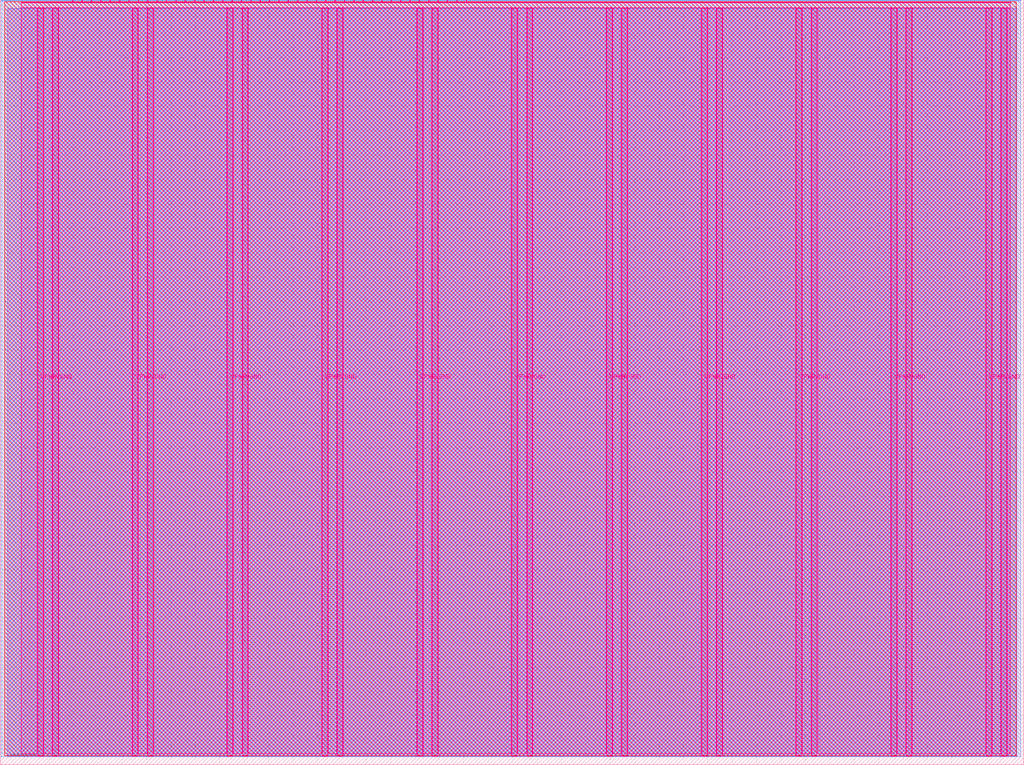
<source format=lef>
VERSION 5.7 ;
  NOWIREEXTENSIONATPIN ON ;
  DIVIDERCHAR "/" ;
  BUSBITCHARS "[]" ;
MACRO tt_um_dumbrv_yliu_hashed
  CLASS BLOCK ;
  FOREIGN tt_um_dumbrv_yliu_hashed ;
  ORIGIN 0.000 0.000 ;
  SIZE 419.520 BY 313.740 ;
  PIN VGND
    DIRECTION INOUT ;
    USE GROUND ;
    PORT
      LAYER Metal5 ;
        RECT 21.580 3.560 23.780 310.180 ;
    END
    PORT
      LAYER Metal5 ;
        RECT 60.450 3.560 62.650 310.180 ;
    END
    PORT
      LAYER Metal5 ;
        RECT 99.320 3.560 101.520 310.180 ;
    END
    PORT
      LAYER Metal5 ;
        RECT 138.190 3.560 140.390 310.180 ;
    END
    PORT
      LAYER Metal5 ;
        RECT 177.060 3.560 179.260 310.180 ;
    END
    PORT
      LAYER Metal5 ;
        RECT 215.930 3.560 218.130 310.180 ;
    END
    PORT
      LAYER Metal5 ;
        RECT 254.800 3.560 257.000 310.180 ;
    END
    PORT
      LAYER Metal5 ;
        RECT 293.670 3.560 295.870 310.180 ;
    END
    PORT
      LAYER Metal5 ;
        RECT 332.540 3.560 334.740 310.180 ;
    END
    PORT
      LAYER Metal5 ;
        RECT 371.410 3.560 373.610 310.180 ;
    END
    PORT
      LAYER Metal5 ;
        RECT 410.280 3.560 412.480 310.180 ;
    END
  END VGND
  PIN VPWR
    DIRECTION INOUT ;
    USE POWER ;
    PORT
      LAYER Metal5 ;
        RECT 15.380 3.560 17.580 310.180 ;
    END
    PORT
      LAYER Metal5 ;
        RECT 54.250 3.560 56.450 310.180 ;
    END
    PORT
      LAYER Metal5 ;
        RECT 93.120 3.560 95.320 310.180 ;
    END
    PORT
      LAYER Metal5 ;
        RECT 131.990 3.560 134.190 310.180 ;
    END
    PORT
      LAYER Metal5 ;
        RECT 170.860 3.560 173.060 310.180 ;
    END
    PORT
      LAYER Metal5 ;
        RECT 209.730 3.560 211.930 310.180 ;
    END
    PORT
      LAYER Metal5 ;
        RECT 248.600 3.560 250.800 310.180 ;
    END
    PORT
      LAYER Metal5 ;
        RECT 287.470 3.560 289.670 310.180 ;
    END
    PORT
      LAYER Metal5 ;
        RECT 326.340 3.560 328.540 310.180 ;
    END
    PORT
      LAYER Metal5 ;
        RECT 365.210 3.560 367.410 310.180 ;
    END
    PORT
      LAYER Metal5 ;
        RECT 404.080 3.560 406.280 310.180 ;
    END
  END VPWR
  PIN clk
    DIRECTION INPUT ;
    USE SIGNAL ;
    ANTENNAGATEAREA 4.076800 ;
    ANTENNADIFFAREA 12.092400 ;
    PORT
      LAYER Metal5 ;
        RECT 187.050 312.740 187.350 313.740 ;
    END
  END clk
  PIN ena
    DIRECTION INPUT ;
    USE SIGNAL ;
    PORT
      LAYER Metal5 ;
        RECT 190.890 312.740 191.190 313.740 ;
    END
  END ena
  PIN rst_n
    DIRECTION INPUT ;
    USE SIGNAL ;
    ANTENNAGATEAREA 0.314600 ;
    PORT
      LAYER Metal5 ;
        RECT 183.210 312.740 183.510 313.740 ;
    END
  END rst_n
  PIN ui_in[0]
    DIRECTION INPUT ;
    USE SIGNAL ;
    ANTENNAGATEAREA 0.180700 ;
    PORT
      LAYER Metal5 ;
        RECT 179.370 312.740 179.670 313.740 ;
    END
  END ui_in[0]
  PIN ui_in[1]
    DIRECTION INPUT ;
    USE SIGNAL ;
    ANTENNAGATEAREA 0.180700 ;
    PORT
      LAYER Metal5 ;
        RECT 175.530 312.740 175.830 313.740 ;
    END
  END ui_in[1]
  PIN ui_in[2]
    DIRECTION INPUT ;
    USE SIGNAL ;
    ANTENNAGATEAREA 0.180700 ;
    PORT
      LAYER Metal5 ;
        RECT 171.690 312.740 171.990 313.740 ;
    END
  END ui_in[2]
  PIN ui_in[3]
    DIRECTION INPUT ;
    USE SIGNAL ;
    ANTENNAGATEAREA 0.180700 ;
    PORT
      LAYER Metal5 ;
        RECT 167.850 312.740 168.150 313.740 ;
    END
  END ui_in[3]
  PIN ui_in[4]
    DIRECTION INPUT ;
    USE SIGNAL ;
    ANTENNAGATEAREA 0.180700 ;
    PORT
      LAYER Metal5 ;
        RECT 164.010 312.740 164.310 313.740 ;
    END
  END ui_in[4]
  PIN ui_in[5]
    DIRECTION INPUT ;
    USE SIGNAL ;
    ANTENNAGATEAREA 0.180700 ;
    PORT
      LAYER Metal5 ;
        RECT 160.170 312.740 160.470 313.740 ;
    END
  END ui_in[5]
  PIN ui_in[6]
    DIRECTION INPUT ;
    USE SIGNAL ;
    ANTENNAGATEAREA 0.180700 ;
    PORT
      LAYER Metal5 ;
        RECT 156.330 312.740 156.630 313.740 ;
    END
  END ui_in[6]
  PIN ui_in[7]
    DIRECTION INPUT ;
    USE SIGNAL ;
    ANTENNAGATEAREA 0.180700 ;
    PORT
      LAYER Metal5 ;
        RECT 152.490 312.740 152.790 313.740 ;
    END
  END ui_in[7]
  PIN uio_in[0]
    DIRECTION INPUT ;
    USE SIGNAL ;
    PORT
      LAYER Metal5 ;
        RECT 148.650 312.740 148.950 313.740 ;
    END
  END uio_in[0]
  PIN uio_in[1]
    DIRECTION INPUT ;
    USE SIGNAL ;
    PORT
      LAYER Metal5 ;
        RECT 144.810 312.740 145.110 313.740 ;
    END
  END uio_in[1]
  PIN uio_in[2]
    DIRECTION INPUT ;
    USE SIGNAL ;
    ANTENNAGATEAREA 0.180700 ;
    PORT
      LAYER Metal5 ;
        RECT 140.970 312.740 141.270 313.740 ;
    END
  END uio_in[2]
  PIN uio_in[3]
    DIRECTION INPUT ;
    USE SIGNAL ;
    PORT
      LAYER Metal5 ;
        RECT 137.130 312.740 137.430 313.740 ;
    END
  END uio_in[3]
  PIN uio_in[4]
    DIRECTION INPUT ;
    USE SIGNAL ;
    PORT
      LAYER Metal5 ;
        RECT 133.290 312.740 133.590 313.740 ;
    END
  END uio_in[4]
  PIN uio_in[5]
    DIRECTION INPUT ;
    USE SIGNAL ;
    PORT
      LAYER Metal5 ;
        RECT 129.450 312.740 129.750 313.740 ;
    END
  END uio_in[5]
  PIN uio_in[6]
    DIRECTION INPUT ;
    USE SIGNAL ;
    ANTENNAGATEAREA 0.213200 ;
    PORT
      LAYER Metal5 ;
        RECT 125.610 312.740 125.910 313.740 ;
    END
  END uio_in[6]
  PIN uio_in[7]
    DIRECTION INPUT ;
    USE SIGNAL ;
    PORT
      LAYER Metal5 ;
        RECT 121.770 312.740 122.070 313.740 ;
    END
  END uio_in[7]
  PIN uio_oe[0]
    DIRECTION OUTPUT ;
    USE SIGNAL ;
    ANTENNADIFFAREA 0.392700 ;
    PORT
      LAYER Metal5 ;
        RECT 56.490 312.740 56.790 313.740 ;
    END
  END uio_oe[0]
  PIN uio_oe[1]
    DIRECTION OUTPUT ;
    USE SIGNAL ;
    ANTENNADIFFAREA 0.392700 ;
    PORT
      LAYER Metal5 ;
        RECT 52.650 312.740 52.950 313.740 ;
    END
  END uio_oe[1]
  PIN uio_oe[2]
    DIRECTION OUTPUT ;
    USE SIGNAL ;
    ANTENNADIFFAREA 0.299200 ;
    PORT
      LAYER Metal5 ;
        RECT 48.810 312.740 49.110 313.740 ;
    END
  END uio_oe[2]
  PIN uio_oe[3]
    DIRECTION OUTPUT ;
    USE SIGNAL ;
    ANTENNADIFFAREA 0.392700 ;
    PORT
      LAYER Metal5 ;
        RECT 44.970 312.740 45.270 313.740 ;
    END
  END uio_oe[3]
  PIN uio_oe[4]
    DIRECTION OUTPUT ;
    USE SIGNAL ;
    ANTENNADIFFAREA 0.392700 ;
    PORT
      LAYER Metal5 ;
        RECT 41.130 312.740 41.430 313.740 ;
    END
  END uio_oe[4]
  PIN uio_oe[5]
    DIRECTION OUTPUT ;
    USE SIGNAL ;
    ANTENNADIFFAREA 0.392700 ;
    PORT
      LAYER Metal5 ;
        RECT 37.290 312.740 37.590 313.740 ;
    END
  END uio_oe[5]
  PIN uio_oe[6]
    DIRECTION OUTPUT ;
    USE SIGNAL ;
    ANTENNADIFFAREA 0.299200 ;
    PORT
      LAYER Metal5 ;
        RECT 33.450 312.740 33.750 313.740 ;
    END
  END uio_oe[6]
  PIN uio_oe[7]
    DIRECTION OUTPUT ;
    USE SIGNAL ;
    ANTENNADIFFAREA 0.392700 ;
    PORT
      LAYER Metal5 ;
        RECT 29.610 312.740 29.910 313.740 ;
    END
  END uio_oe[7]
  PIN uio_out[0]
    DIRECTION OUTPUT ;
    USE SIGNAL ;
    ANTENNAGATEAREA 0.531700 ;
    ANTENNADIFFAREA 1.039100 ;
    PORT
      LAYER Metal5 ;
        RECT 87.210 312.740 87.510 313.740 ;
    END
  END uio_out[0]
  PIN uio_out[1]
    DIRECTION OUTPUT ;
    USE SIGNAL ;
    ANTENNADIFFAREA 0.706800 ;
    PORT
      LAYER Metal5 ;
        RECT 83.370 312.740 83.670 313.740 ;
    END
  END uio_out[1]
  PIN uio_out[2]
    DIRECTION OUTPUT ;
    USE SIGNAL ;
    ANTENNADIFFAREA 0.299200 ;
    PORT
      LAYER Metal5 ;
        RECT 79.530 312.740 79.830 313.740 ;
    END
  END uio_out[2]
  PIN uio_out[3]
    DIRECTION OUTPUT ;
    USE SIGNAL ;
    ANTENNADIFFAREA 0.706800 ;
    PORT
      LAYER Metal5 ;
        RECT 75.690 312.740 75.990 313.740 ;
    END
  END uio_out[3]
  PIN uio_out[4]
    DIRECTION OUTPUT ;
    USE SIGNAL ;
    ANTENNAGATEAREA 3.287700 ;
    ANTENNADIFFAREA 11.116099 ;
    PORT
      LAYER Metal5 ;
        RECT 71.850 312.740 72.150 313.740 ;
    END
  END uio_out[4]
  PIN uio_out[5]
    DIRECTION OUTPUT ;
    USE SIGNAL ;
    ANTENNADIFFAREA 0.706800 ;
    PORT
      LAYER Metal5 ;
        RECT 68.010 312.740 68.310 313.740 ;
    END
  END uio_out[5]
  PIN uio_out[6]
    DIRECTION OUTPUT ;
    USE SIGNAL ;
    ANTENNADIFFAREA 0.299200 ;
    PORT
      LAYER Metal5 ;
        RECT 64.170 312.740 64.470 313.740 ;
    END
  END uio_out[6]
  PIN uio_out[7]
    DIRECTION OUTPUT ;
    USE SIGNAL ;
    ANTENNADIFFAREA 0.706800 ;
    PORT
      LAYER Metal5 ;
        RECT 60.330 312.740 60.630 313.740 ;
    END
  END uio_out[7]
  PIN uo_out[0]
    DIRECTION OUTPUT ;
    USE SIGNAL ;
    ANTENNAGATEAREA 3.759600 ;
    ANTENNADIFFAREA 12.724800 ;
    PORT
      LAYER Metal5 ;
        RECT 117.930 312.740 118.230 313.740 ;
    END
  END uo_out[0]
  PIN uo_out[1]
    DIRECTION OUTPUT ;
    USE SIGNAL ;
    ANTENNAGATEAREA 0.109200 ;
    ANTENNADIFFAREA 0.632400 ;
    PORT
      LAYER Metal5 ;
        RECT 114.090 312.740 114.390 313.740 ;
    END
  END uo_out[1]
  PIN uo_out[2]
    DIRECTION OUTPUT ;
    USE SIGNAL ;
    ANTENNAGATEAREA 0.109200 ;
    ANTENNADIFFAREA 0.632400 ;
    PORT
      LAYER Metal5 ;
        RECT 110.250 312.740 110.550 313.740 ;
    END
  END uo_out[2]
  PIN uo_out[3]
    DIRECTION OUTPUT ;
    USE SIGNAL ;
    ANTENNAGATEAREA 3.759600 ;
    ANTENNADIFFAREA 12.724800 ;
    PORT
      LAYER Metal5 ;
        RECT 106.410 312.740 106.710 313.740 ;
    END
  END uo_out[3]
  PIN uo_out[4]
    DIRECTION OUTPUT ;
    USE SIGNAL ;
    ANTENNAGATEAREA 3.759600 ;
    ANTENNADIFFAREA 12.724800 ;
    PORT
      LAYER Metal5 ;
        RECT 102.570 312.740 102.870 313.740 ;
    END
  END uo_out[4]
  PIN uo_out[5]
    DIRECTION OUTPUT ;
    USE SIGNAL ;
    ANTENNAGATEAREA 0.109200 ;
    ANTENNADIFFAREA 0.632400 ;
    PORT
      LAYER Metal5 ;
        RECT 98.730 312.740 99.030 313.740 ;
    END
  END uo_out[5]
  PIN uo_out[6]
    DIRECTION OUTPUT ;
    USE SIGNAL ;
    ANTENNAGATEAREA 3.759600 ;
    ANTENNADIFFAREA 12.724800 ;
    PORT
      LAYER Metal5 ;
        RECT 94.890 312.740 95.190 313.740 ;
    END
  END uo_out[6]
  PIN uo_out[7]
    DIRECTION OUTPUT ;
    USE SIGNAL ;
    ANTENNAGATEAREA 0.109200 ;
    ANTENNADIFFAREA 0.632400 ;
    PORT
      LAYER Metal5 ;
        RECT 91.050 312.740 91.350 313.740 ;
    END
  END uo_out[7]
  OBS
      LAYER GatPoly ;
        RECT 2.880 3.630 416.640 310.110 ;
      LAYER Metal1 ;
        RECT 2.880 3.560 416.640 310.180 ;
      LAYER Metal2 ;
        RECT 0.335 3.260 418.225 313.420 ;
      LAYER Metal3 ;
        RECT 0.380 3.215 418.180 313.465 ;
      LAYER Metal4 ;
        RECT 1.775 3.680 416.305 313.000 ;
      LAYER Metal5 ;
        RECT 8.540 312.530 29.400 312.740 ;
        RECT 30.120 312.530 33.240 312.740 ;
        RECT 33.960 312.530 37.080 312.740 ;
        RECT 37.800 312.530 40.920 312.740 ;
        RECT 41.640 312.530 44.760 312.740 ;
        RECT 45.480 312.530 48.600 312.740 ;
        RECT 49.320 312.530 52.440 312.740 ;
        RECT 53.160 312.530 56.280 312.740 ;
        RECT 57.000 312.530 60.120 312.740 ;
        RECT 60.840 312.530 63.960 312.740 ;
        RECT 64.680 312.530 67.800 312.740 ;
        RECT 68.520 312.530 71.640 312.740 ;
        RECT 72.360 312.530 75.480 312.740 ;
        RECT 76.200 312.530 79.320 312.740 ;
        RECT 80.040 312.530 83.160 312.740 ;
        RECT 83.880 312.530 87.000 312.740 ;
        RECT 87.720 312.530 90.840 312.740 ;
        RECT 91.560 312.530 94.680 312.740 ;
        RECT 95.400 312.530 98.520 312.740 ;
        RECT 99.240 312.530 102.360 312.740 ;
        RECT 103.080 312.530 106.200 312.740 ;
        RECT 106.920 312.530 110.040 312.740 ;
        RECT 110.760 312.530 113.880 312.740 ;
        RECT 114.600 312.530 117.720 312.740 ;
        RECT 118.440 312.530 121.560 312.740 ;
        RECT 122.280 312.530 125.400 312.740 ;
        RECT 126.120 312.530 129.240 312.740 ;
        RECT 129.960 312.530 133.080 312.740 ;
        RECT 133.800 312.530 136.920 312.740 ;
        RECT 137.640 312.530 140.760 312.740 ;
        RECT 141.480 312.530 144.600 312.740 ;
        RECT 145.320 312.530 148.440 312.740 ;
        RECT 149.160 312.530 152.280 312.740 ;
        RECT 153.000 312.530 156.120 312.740 ;
        RECT 156.840 312.530 159.960 312.740 ;
        RECT 160.680 312.530 163.800 312.740 ;
        RECT 164.520 312.530 167.640 312.740 ;
        RECT 168.360 312.530 171.480 312.740 ;
        RECT 172.200 312.530 175.320 312.740 ;
        RECT 176.040 312.530 179.160 312.740 ;
        RECT 179.880 312.530 183.000 312.740 ;
        RECT 183.720 312.530 186.840 312.740 ;
        RECT 187.560 312.530 190.680 312.740 ;
        RECT 191.400 312.530 413.860 312.740 ;
        RECT 8.540 310.390 413.860 312.530 ;
        RECT 8.540 4.475 15.170 310.390 ;
        RECT 17.790 4.475 21.370 310.390 ;
        RECT 23.990 4.475 54.040 310.390 ;
        RECT 56.660 4.475 60.240 310.390 ;
        RECT 62.860 4.475 92.910 310.390 ;
        RECT 95.530 4.475 99.110 310.390 ;
        RECT 101.730 4.475 131.780 310.390 ;
        RECT 134.400 4.475 137.980 310.390 ;
        RECT 140.600 4.475 170.650 310.390 ;
        RECT 173.270 4.475 176.850 310.390 ;
        RECT 179.470 4.475 209.520 310.390 ;
        RECT 212.140 4.475 215.720 310.390 ;
        RECT 218.340 4.475 248.390 310.390 ;
        RECT 251.010 4.475 254.590 310.390 ;
        RECT 257.210 4.475 287.260 310.390 ;
        RECT 289.880 4.475 293.460 310.390 ;
        RECT 296.080 4.475 326.130 310.390 ;
        RECT 328.750 4.475 332.330 310.390 ;
        RECT 334.950 4.475 365.000 310.390 ;
        RECT 367.620 4.475 371.200 310.390 ;
        RECT 373.820 4.475 403.870 310.390 ;
        RECT 406.490 4.475 410.070 310.390 ;
        RECT 412.690 4.475 413.860 310.390 ;
  END
END tt_um_dumbrv_yliu_hashed
END LIBRARY


</source>
